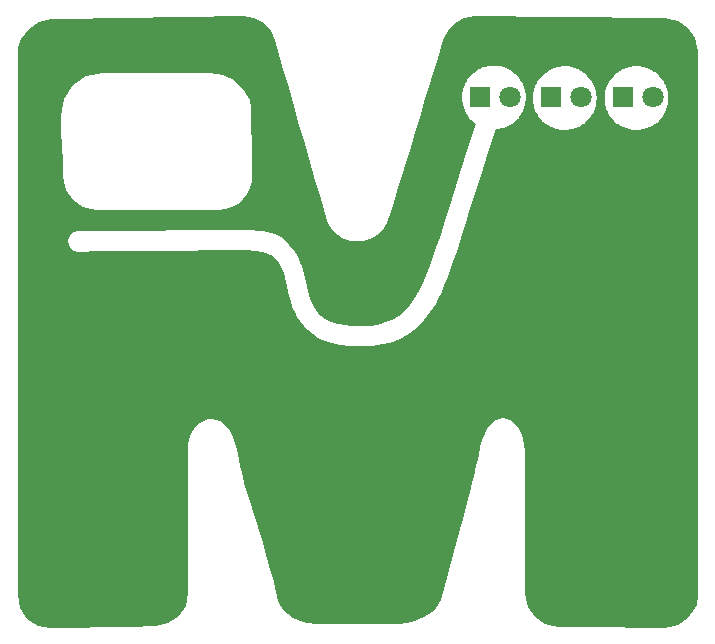
<source format=gtl>
G04 #@! TF.GenerationSoftware,KiCad,Pcbnew,6.0.0-rc1-unknown-5b3202d~66~ubuntu16.04.1*
G04 #@! TF.CreationDate,2018-12-07T08:51:36-07:00
G04 #@! TF.ProjectId,MakerCozumel,4d616b65-7243-46f7-9a75-6d656c2e6b69,rev?*
G04 #@! TF.SameCoordinates,Original*
G04 #@! TF.FileFunction,Copper,L1,Top*
G04 #@! TF.FilePolarity,Positive*
%FSLAX46Y46*%
G04 Gerber Fmt 4.6, Leading zero omitted, Abs format (unit mm)*
G04 Created by KiCad (PCBNEW 6.0.0-rc1-unknown-5b3202d~66~ubuntu16.04.1) date Fri 07 Dec 2018 08:51:36 AM MST*
%MOMM*%
%LPD*%
G04 APERTURE LIST*
G04 #@! TA.AperFunction,EtchedComponent*
%ADD10C,0.100000*%
G04 #@! TD*
G04 #@! TA.AperFunction,ComponentPad*
%ADD11R,1.800000X1.800000*%
G04 #@! TD*
G04 #@! TA.AperFunction,ComponentPad*
%ADD12C,1.800000*%
G04 #@! TD*
G04 #@! TA.AperFunction,WasherPad*
%ADD13C,0.900000*%
G04 #@! TD*
G04 APERTURE END LIST*
D10*
G04 #@! TO.C,svg2mod*
G36*
X128835116Y-79244355D02*
G01*
X130571445Y-97462019D01*
X130795238Y-97496745D01*
X131230698Y-97613052D01*
X131623163Y-97762431D01*
X131974287Y-97941576D01*
X132287378Y-98148282D01*
X133215624Y-99190079D01*
X133380437Y-99490491D01*
X133524304Y-99801376D01*
X133649982Y-100119427D01*
X133759674Y-100442440D01*
X133856687Y-100767105D01*
X133943779Y-101091220D01*
X134023706Y-101412027D01*
X134099222Y-101725669D01*
X134185763Y-102116480D01*
X134276162Y-102494614D01*
X134374278Y-102858416D01*
X134486175Y-103206233D01*
X134616262Y-103536411D01*
X134769500Y-103846745D01*
X134950298Y-104136133D01*
X135164721Y-104402369D01*
X135416627Y-104643802D01*
X135711527Y-104858776D01*
X136054382Y-105045088D01*
X136450156Y-105201631D01*
X136903255Y-105326207D01*
X137419191Y-105417709D01*
X138002928Y-105473383D01*
X138658875Y-105492675D01*
X139460341Y-105459048D01*
X140183535Y-105356523D01*
X140836174Y-105183992D01*
X141425423Y-104938151D01*
X141958451Y-104617896D01*
X142442967Y-104220468D01*
X142885042Y-103744770D01*
X143293491Y-103188043D01*
X143674381Y-102548633D01*
X144035978Y-101823785D01*
X144384348Y-101012396D01*
X144727756Y-100112262D01*
X144899734Y-99628295D01*
X145072815Y-99120626D01*
X145248653Y-98590357D01*
X145427246Y-98036385D01*
X145610251Y-97458712D01*
X145798213Y-96856785D01*
X145992241Y-96230604D01*
X146192884Y-95580170D01*
X147072796Y-92802812D01*
X148041237Y-89845397D01*
X148533895Y-88359250D01*
X148426408Y-88283182D01*
X148323332Y-88202705D01*
X148224664Y-88117267D01*
X148130407Y-88027970D01*
X148041110Y-87933712D01*
X147956223Y-87836147D01*
X147876295Y-87734172D01*
X147801331Y-87628890D01*
X147731879Y-87519749D01*
X147667385Y-87407853D01*
X147607853Y-87293200D01*
X147554386Y-87175240D01*
X147506431Y-87055075D01*
X147463988Y-86932154D01*
X147428157Y-86807028D01*
X147397290Y-86680249D01*
X147373589Y-86551815D01*
X147355397Y-86421728D01*
X147343823Y-86289988D01*
X147338862Y-86157145D01*
X147340516Y-86023751D01*
X147348782Y-85889255D01*
X147364217Y-85754207D01*
X147386267Y-85618608D01*
X147415479Y-85483560D01*
X147451861Y-85349615D01*
X147493754Y-85218977D01*
X147542259Y-85092197D01*
X147596830Y-84968725D01*
X147656912Y-84849112D01*
X147721956Y-84733908D01*
X147792511Y-84622011D01*
X147868579Y-84514524D01*
X147949057Y-84411446D01*
X148033944Y-84312779D01*
X148123792Y-84218521D01*
X148217498Y-84128673D01*
X148315063Y-84043786D01*
X148417038Y-83963860D01*
X148522321Y-83888894D01*
X148630909Y-83818890D01*
X148742807Y-83753847D01*
X148857460Y-83694867D01*
X148975420Y-83640848D01*
X149095585Y-83592892D01*
X149218504Y-83550448D01*
X149343080Y-83514068D01*
X149469859Y-83483751D01*
X149598844Y-83458946D01*
X149728931Y-83441308D01*
X149860672Y-83429181D01*
X149992961Y-83424220D01*
X150126907Y-83425322D01*
X150261405Y-83433591D01*
X150396451Y-83448473D01*
X150531500Y-83470522D01*
X150667100Y-83499737D01*
X150680878Y-83503044D01*
X150814823Y-83539975D01*
X150944911Y-83582970D01*
X151071691Y-83631477D01*
X151194613Y-83686598D01*
X151313674Y-83746681D01*
X151429430Y-83812827D01*
X151540775Y-83883934D01*
X151647712Y-83960001D01*
X151750788Y-84041030D01*
X151848905Y-84126468D01*
X151943162Y-84216316D01*
X152032460Y-84310574D01*
X152116796Y-84408690D01*
X152196722Y-84510665D01*
X152271135Y-84616499D01*
X152340587Y-84725088D01*
X152405081Y-84837536D01*
X152463509Y-84952189D01*
X152516976Y-85070149D01*
X152564381Y-85190865D01*
X152606274Y-85313786D01*
X152642655Y-85438912D01*
X152672421Y-85565691D01*
X152696122Y-85694124D01*
X152713761Y-85824762D01*
X152725338Y-85955952D01*
X152729746Y-86088795D01*
X152728092Y-86222740D01*
X152719273Y-86357236D01*
X152703838Y-86492284D01*
X152681241Y-86627332D01*
X152651475Y-86762931D01*
X152615093Y-86896325D01*
X152572100Y-87026963D01*
X152523591Y-87153742D01*
X152469021Y-87276663D01*
X152408388Y-87395726D01*
X152342794Y-87511481D01*
X152272239Y-87622827D01*
X152196171Y-87730314D01*
X152115142Y-87833391D01*
X152029702Y-87931507D01*
X151939854Y-88025765D01*
X151846148Y-88115062D01*
X151748033Y-88199949D01*
X151646058Y-88279875D01*
X151540775Y-88354289D01*
X151431634Y-88424293D01*
X151319739Y-88488235D01*
X151204533Y-88547214D01*
X151086572Y-88600682D01*
X150966408Y-88648638D01*
X150843489Y-88690531D01*
X150718363Y-88726911D01*
X150591583Y-88757228D01*
X150463149Y-88780930D01*
X150332511Y-88798569D01*
X150211796Y-88809042D01*
X149734563Y-90248554D01*
X148745621Y-93267408D01*
X147844878Y-96108785D01*
X147643131Y-96768590D01*
X147446349Y-97409653D01*
X147252871Y-98031975D01*
X147062702Y-98635005D01*
X146874186Y-99218742D01*
X146686223Y-99783737D01*
X146498257Y-100328889D01*
X146308641Y-100854197D01*
X146116817Y-101360213D01*
X145921686Y-101846385D01*
X145722146Y-102312162D01*
X145517095Y-102758095D01*
X145305978Y-103183633D01*
X145087146Y-103588225D01*
X144859494Y-103972422D01*
X144623023Y-104336225D01*
X144117560Y-105000437D01*
X143561935Y-105579766D01*
X142948432Y-106073655D01*
X142268782Y-106479900D01*
X141514721Y-106797953D01*
X140677977Y-107026705D01*
X139750832Y-107164509D01*
X138725019Y-107210813D01*
X137832602Y-107177739D01*
X137034994Y-107081826D01*
X136326131Y-106928038D01*
X135700503Y-106722436D01*
X135152043Y-106469980D01*
X134674140Y-106175630D01*
X134261831Y-105845453D01*
X133909053Y-105484406D01*
X133609743Y-105097451D01*
X133357838Y-104690656D01*
X133147825Y-104268977D01*
X132973089Y-103837375D01*
X132828120Y-103401914D01*
X132707403Y-102967006D01*
X132604326Y-102539262D01*
X132513376Y-102122544D01*
X132221232Y-100989796D01*
X131860737Y-100148091D01*
X131746084Y-99979419D01*
X131618202Y-99827283D01*
X131474886Y-99689480D01*
X131314483Y-99567110D01*
X131134786Y-99458521D01*
X130934695Y-99364263D01*
X130712004Y-99283234D01*
X130464509Y-99214883D01*
X129161436Y-99083694D01*
X126978623Y-99057787D01*
X125669641Y-99070943D01*
X124275464Y-99094167D01*
X122841096Y-99121838D01*
X121411350Y-99148737D01*
X119956594Y-99112869D01*
X118498728Y-99160864D01*
X116557348Y-99129996D01*
X114840312Y-99179605D01*
X114510686Y-99110704D01*
X114237283Y-98923842D01*
X114050421Y-98649888D01*
X113980968Y-98320261D01*
X114050421Y-97991186D01*
X114237283Y-97717783D01*
X114510686Y-97530921D01*
X114840312Y-97461468D01*
X116619635Y-97455955D01*
X119040079Y-97438608D01*
X121345203Y-97430600D01*
X123187796Y-97387359D01*
X124847625Y-97357288D01*
X126321521Y-97341110D01*
X127606457Y-97339649D01*
X129597447Y-97384297D01*
X129972273Y-97405795D01*
X130296939Y-97431702D01*
X130571445Y-97462019D01*
X128835116Y-79244355D01*
X116929418Y-84053708D01*
X119192708Y-84053708D01*
X121455998Y-84053708D01*
X123719288Y-84053708D01*
X125982577Y-84053708D01*
X127076188Y-84219624D01*
X128039713Y-84689810D01*
X128816926Y-85419619D01*
X129352707Y-86366607D01*
X129401766Y-86565596D01*
X129443658Y-86771199D01*
X129473975Y-86988929D01*
X129484999Y-87225400D01*
X129501536Y-88596824D01*
X129518072Y-89968247D01*
X129534609Y-91339120D01*
X129551145Y-92710543D01*
X129529647Y-93290973D01*
X129377512Y-93833920D01*
X129114582Y-94327258D01*
X128757946Y-94758859D01*
X128326345Y-95116598D01*
X127833007Y-95386693D01*
X127290060Y-95558121D01*
X126709630Y-95618204D01*
X124115611Y-95618204D01*
X121522144Y-95618204D01*
X118928125Y-95618204D01*
X116334657Y-95618204D01*
X115231675Y-95407640D01*
X114351936Y-94825005D01*
X113769301Y-93945265D01*
X113558737Y-92842835D01*
X113509128Y-91554094D01*
X113459518Y-90265353D01*
X113409909Y-88976611D01*
X113360851Y-87687870D01*
X113639214Y-86255813D01*
X114401545Y-85102670D01*
X115535395Y-84333174D01*
X116929418Y-84053708D01*
X128835116Y-79244355D01*
X127817022Y-79260340D01*
X126798927Y-79276325D01*
X125780833Y-79292311D01*
X124763289Y-79307744D01*
X123745195Y-79323730D01*
X122727100Y-79339715D01*
X121709006Y-79355700D01*
X120690911Y-79371134D01*
X119672816Y-79387119D01*
X118655273Y-79403105D01*
X117637179Y-79419090D01*
X116619084Y-79434524D01*
X115600989Y-79450509D01*
X114582895Y-79466494D01*
X113564800Y-79482480D01*
X112546706Y-79497914D01*
X111508216Y-79726668D01*
X110630682Y-80315917D01*
X110000642Y-81174159D01*
X109892053Y-81419450D01*
X109806064Y-81674663D01*
X109743225Y-81937592D01*
X109705742Y-82207137D01*
X109705742Y-85087236D01*
X109705742Y-87966785D01*
X109705742Y-90846333D01*
X109705742Y-93725882D01*
X109705742Y-96605430D01*
X109705742Y-99484979D01*
X109705742Y-102364527D01*
X109705742Y-105244077D01*
X109705742Y-108123624D01*
X109705742Y-111003174D01*
X109705742Y-113882721D01*
X109705742Y-116762271D01*
X109705742Y-119641818D01*
X109705742Y-122521368D01*
X109705742Y-125401465D01*
X109705742Y-128281015D01*
X109925677Y-129359742D01*
X110523746Y-130249405D01*
X111406793Y-130848574D01*
X112481111Y-131056383D01*
X114706918Y-131013939D01*
X116932174Y-130971496D01*
X119157981Y-130929053D01*
X121383237Y-130887160D01*
X122458107Y-130655100D01*
X123341154Y-130058685D01*
X123938671Y-129182252D01*
X124158606Y-128111792D01*
X124158606Y-127667512D01*
X124158606Y-127223232D01*
X124158606Y-126778952D01*
X124158606Y-126334673D01*
X124158606Y-125890396D01*
X124158606Y-125446116D01*
X124158606Y-125001836D01*
X124158606Y-124557556D01*
X124149787Y-123568124D01*
X124130494Y-122991003D01*
X124111202Y-122413328D01*
X124102382Y-121423896D01*
X124102382Y-120979619D01*
X124102382Y-120535339D01*
X124102382Y-120091059D01*
X124102382Y-119646780D01*
X124102382Y-119202500D01*
X124102382Y-118758220D01*
X124102382Y-118313940D01*
X124102382Y-117869660D01*
X124102382Y-117425933D01*
X124102382Y-116981654D01*
X124102382Y-116537374D01*
X124102382Y-116093094D01*
X124138762Y-115528099D01*
X124242942Y-115024287D01*
X124406102Y-114583868D01*
X124619973Y-114207937D01*
X124876288Y-113898156D01*
X125166779Y-113656723D01*
X125483728Y-113485296D01*
X125817764Y-113386075D01*
X126161171Y-113360170D01*
X126505681Y-113409228D01*
X126843024Y-113536008D01*
X127164383Y-113741060D01*
X127462039Y-114027140D01*
X127727174Y-114395903D01*
X127952070Y-114848452D01*
X128127907Y-115387538D01*
X128239253Y-115873158D01*
X128351149Y-116358230D01*
X128462495Y-116843850D01*
X128573840Y-117329470D01*
X128685737Y-117815090D01*
X128797082Y-118300712D01*
X163803110Y-88256173D01*
X163701685Y-88336099D01*
X163595851Y-88410513D01*
X163487264Y-88480517D01*
X163375365Y-88544459D01*
X163260162Y-88603438D01*
X163142202Y-88656906D01*
X163022037Y-88704862D01*
X162899115Y-88746755D01*
X162773989Y-88783135D01*
X162647212Y-88813452D01*
X162518779Y-88837154D01*
X162388141Y-88855344D01*
X162256399Y-88866368D01*
X162124108Y-88871329D01*
X161990162Y-88869675D01*
X161855667Y-88861407D01*
X161720618Y-88845973D01*
X161585571Y-88823373D01*
X161449972Y-88794159D01*
X161316577Y-88757779D01*
X161185939Y-88715335D01*
X161059159Y-88666277D01*
X160935687Y-88612258D01*
X160816626Y-88552175D01*
X160700870Y-88486581D01*
X160589525Y-88415474D01*
X160482037Y-88339958D01*
X160378961Y-88258929D01*
X160280294Y-88174042D01*
X160186034Y-88084194D01*
X160096739Y-87989936D01*
X160011850Y-87892371D01*
X159931924Y-87790396D01*
X159856960Y-87685114D01*
X159786955Y-87576524D01*
X159722462Y-87464077D01*
X159663483Y-87349424D01*
X159610016Y-87231464D01*
X159562061Y-87111299D01*
X159519615Y-86988378D01*
X159483236Y-86863803D01*
X159452920Y-86737024D01*
X159428666Y-86608039D01*
X159411027Y-86477952D01*
X159399450Y-86346212D01*
X159394489Y-86213369D01*
X159396142Y-86079975D01*
X159404411Y-85945478D01*
X159419296Y-85810431D01*
X159441893Y-85674832D01*
X159471109Y-85539784D01*
X159506937Y-85405839D01*
X159549381Y-85275201D01*
X159597889Y-85148421D01*
X159652459Y-85024949D01*
X159711988Y-84905886D01*
X159777585Y-84790131D01*
X159848141Y-84678235D01*
X159923655Y-84570748D01*
X160004684Y-84467670D01*
X160089574Y-84369003D01*
X160179422Y-84274745D01*
X160273128Y-84184897D01*
X160370692Y-84100010D01*
X160472668Y-84020084D01*
X160577948Y-83945118D01*
X160686538Y-83875114D01*
X160798434Y-83810622D01*
X160913087Y-83751091D01*
X161031047Y-83697623D01*
X161151212Y-83649116D01*
X161274134Y-83606672D01*
X161398709Y-83570292D01*
X161525489Y-83539975D01*
X161653920Y-83515722D01*
X161784561Y-83497532D01*
X161915749Y-83485956D01*
X162048591Y-83480444D01*
X162182536Y-83482098D01*
X162317032Y-83489814D01*
X162452081Y-83505249D01*
X162587127Y-83526746D01*
X162722727Y-83555960D01*
X162736507Y-83559268D01*
X162869903Y-83596199D01*
X163000540Y-83639194D01*
X163127320Y-83688252D01*
X163250239Y-83742822D01*
X163369303Y-83803456D01*
X163484506Y-83869051D01*
X163595851Y-83940158D01*
X163703339Y-84016225D01*
X163806417Y-84097254D01*
X163904532Y-84182692D01*
X163998791Y-84272540D01*
X164088087Y-84366798D01*
X164172423Y-84464914D01*
X164252351Y-84566889D01*
X164326765Y-84672723D01*
X164396217Y-84781312D01*
X164460157Y-84893760D01*
X164519139Y-85008964D01*
X164572606Y-85126924D01*
X164620010Y-85247089D01*
X164661904Y-85370010D01*
X164698282Y-85495136D01*
X164728048Y-85621915D01*
X164751752Y-85750900D01*
X164769391Y-85880986D01*
X164780414Y-86012727D01*
X164785376Y-86145019D01*
X164783172Y-86278964D01*
X164774903Y-86413460D01*
X164759468Y-86548508D01*
X164736867Y-86683556D01*
X164707101Y-86819155D01*
X164670723Y-86952549D01*
X164627726Y-87083187D01*
X164579221Y-87209966D01*
X164524650Y-87332887D01*
X164464018Y-87452501D01*
X164398421Y-87567705D01*
X164327315Y-87679050D01*
X164251798Y-87786538D01*
X164170769Y-87889615D01*
X164085332Y-87988282D01*
X163995484Y-88081989D01*
X163901227Y-88171837D01*
X163803110Y-88256173D01*
X128797082Y-118300712D01*
X128908428Y-118786332D01*
X129020325Y-119271952D01*
X129560516Y-120928353D01*
X130047239Y-122482229D01*
X158110157Y-87894024D01*
X158024720Y-87992141D01*
X157934872Y-88086399D01*
X157840615Y-88175695D01*
X157742498Y-88260583D01*
X157640523Y-88340509D01*
X157535240Y-88414923D01*
X157426652Y-88484927D01*
X157314203Y-88548868D01*
X157199550Y-88607848D01*
X157081590Y-88661316D01*
X156960875Y-88709272D01*
X156838504Y-88751164D01*
X156713378Y-88787544D01*
X156586600Y-88817861D01*
X156457616Y-88841563D01*
X156327529Y-88859202D01*
X156195788Y-88870778D01*
X156062946Y-88875739D01*
X155929550Y-88874085D01*
X155795055Y-88865266D01*
X155660006Y-88849832D01*
X155524960Y-88827783D01*
X155389360Y-88798017D01*
X155255415Y-88762188D01*
X155125327Y-88719194D01*
X154998547Y-88670687D01*
X154875075Y-88616116D01*
X154755461Y-88556034D01*
X154640258Y-88490439D01*
X154528362Y-88419884D01*
X154421426Y-88343816D01*
X154318350Y-88263339D01*
X154219682Y-88177900D01*
X154125422Y-88088603D01*
X154035574Y-87994346D01*
X153950687Y-87896229D01*
X153870762Y-87794806D01*
X153796349Y-87689524D01*
X153726343Y-87580383D01*
X153661850Y-87468486D01*
X153602871Y-87353834D01*
X153548851Y-87235873D01*
X153500896Y-87115709D01*
X153459006Y-86992788D01*
X153422624Y-86867662D01*
X153392308Y-86740882D01*
X153368054Y-86612449D01*
X153350415Y-86482362D01*
X153338838Y-86350622D01*
X153333326Y-86217779D01*
X153334980Y-86084385D01*
X153343800Y-85949888D01*
X153358684Y-85814841D01*
X153380731Y-85679242D01*
X153410497Y-85543643D01*
X153446325Y-85410249D01*
X153488769Y-85279610D01*
X153537277Y-85152831D01*
X153591294Y-85029359D01*
X153651379Y-84909745D01*
X153716974Y-84794541D01*
X153787529Y-84682644D01*
X153863046Y-84575158D01*
X153943522Y-84472080D01*
X154028962Y-84373413D01*
X154118257Y-84279155D01*
X154211963Y-84189307D01*
X154310080Y-84104420D01*
X154411505Y-84024493D01*
X154516786Y-83948977D01*
X154625927Y-83879524D01*
X154737822Y-83814480D01*
X154852478Y-83755500D01*
X154969885Y-83701481D01*
X155090600Y-83653525D01*
X155212971Y-83611082D01*
X155338097Y-83574702D01*
X155464877Y-83544385D01*
X155593311Y-83519580D01*
X155723396Y-83501941D01*
X155855137Y-83489814D01*
X155987979Y-83484854D01*
X156121374Y-83485956D01*
X156255870Y-83494224D01*
X156390919Y-83509107D01*
X156526518Y-83531156D01*
X156662115Y-83560370D01*
X156675896Y-83563677D01*
X156809291Y-83600609D01*
X156939378Y-83643604D01*
X157066155Y-83692111D01*
X157189077Y-83747232D01*
X157308691Y-83807314D01*
X157423895Y-83873460D01*
X157535240Y-83944567D01*
X157642727Y-84020635D01*
X157745255Y-84101663D01*
X157843920Y-84187102D01*
X157937629Y-84276950D01*
X158026924Y-84371208D01*
X158111811Y-84469324D01*
X158191186Y-84571299D01*
X158266153Y-84676581D01*
X158335605Y-84785722D01*
X158399545Y-84898170D01*
X158458527Y-85012822D01*
X158511443Y-85130783D01*
X158559399Y-85251499D01*
X158601292Y-85374420D01*
X158637120Y-85498994D01*
X158667436Y-85626325D01*
X158691140Y-85754758D01*
X158708779Y-85885396D01*
X158719802Y-86016585D01*
X158724764Y-86149428D01*
X158722560Y-86283374D01*
X158713740Y-86417870D01*
X158698306Y-86552367D01*
X158675705Y-86687966D01*
X158645939Y-86823564D01*
X158609561Y-86956959D01*
X158567115Y-87087596D01*
X158518059Y-87214376D01*
X158463488Y-87337297D01*
X158403406Y-87456360D01*
X158337809Y-87572115D01*
X158266703Y-87683460D01*
X158190636Y-87790947D01*
X158110157Y-87894024D01*
X130047239Y-122482229D01*
X130445767Y-123828850D01*
X130721375Y-124863479D01*
X130867447Y-125344140D01*
X131014070Y-125824799D01*
X131160693Y-126304909D01*
X131306766Y-126785568D01*
X131752699Y-128728050D01*
X132212963Y-129543296D01*
X133061284Y-130178296D01*
X134095915Y-130590056D01*
X135113458Y-130736128D01*
X136848132Y-130736128D01*
X138582808Y-130736128D01*
X140317481Y-130736128D01*
X142052157Y-130736128D01*
X143079070Y-130583440D01*
X144139057Y-130158453D01*
X145025410Y-129509672D01*
X145531426Y-128687813D01*
X146138314Y-126464210D01*
X146315256Y-125829760D01*
X146492195Y-125195864D01*
X146668584Y-124561414D01*
X146845523Y-123927518D01*
X147161922Y-122680668D01*
X147384613Y-121801478D01*
X147651951Y-120811496D01*
X148102295Y-119231715D01*
X148211433Y-118746093D01*
X148321128Y-118261023D01*
X148430269Y-117775404D01*
X148539960Y-117289784D01*
X148649651Y-116804161D01*
X148758792Y-116318541D01*
X148868483Y-115832922D01*
X148977624Y-115347299D01*
X149149602Y-114797739D01*
X149362372Y-114335820D01*
X149609317Y-113960993D01*
X149883270Y-113670504D01*
X150176519Y-113462695D01*
X150481891Y-113335916D01*
X150792776Y-113287410D01*
X151101457Y-113316623D01*
X151400767Y-113420252D01*
X151683540Y-113597742D01*
X151942611Y-113846340D01*
X152170814Y-114164393D01*
X152360983Y-114549691D01*
X152505952Y-115001137D01*
X152598005Y-115515972D01*
X152629978Y-116093094D01*
X152629978Y-116539578D01*
X152629978Y-116985512D01*
X152629978Y-117431996D01*
X152629978Y-117878480D01*
X152629978Y-118324413D01*
X152629978Y-118770897D01*
X152629978Y-119217381D01*
X152629978Y-119663315D01*
X152629978Y-120109799D01*
X152629978Y-120556286D01*
X152629978Y-121002217D01*
X152629978Y-121448701D01*
X152638794Y-122444197D01*
X152658087Y-123027934D01*
X152677933Y-123611671D01*
X152686752Y-124607165D01*
X152686752Y-125053649D01*
X152686752Y-125500133D01*
X152686752Y-125946067D01*
X152686752Y-126392551D01*
X152686752Y-126839035D01*
X152686752Y-127284968D01*
X152686752Y-127731452D01*
X152686752Y-128177936D01*
X152906685Y-129250604D01*
X153504754Y-130130341D01*
X154387251Y-130727309D01*
X155462670Y-130953307D01*
X157730371Y-130974253D01*
X159998071Y-130995200D01*
X162265769Y-131016697D01*
X164533470Y-131037643D01*
X165608339Y-130823770D01*
X166491386Y-130225151D01*
X167088904Y-129339349D01*
X167183161Y-129084135D01*
X167252063Y-128818451D01*
X167294506Y-128543945D01*
X167308837Y-128262273D01*
X167308837Y-125382726D01*
X167308837Y-122503176D01*
X167308837Y-119623629D01*
X167308837Y-116744079D01*
X167308837Y-113864532D01*
X167308837Y-110984982D01*
X167308837Y-108105435D01*
X167308837Y-105225885D01*
X167308837Y-102346337D01*
X167308837Y-99466237D01*
X167308837Y-96586689D01*
X167308837Y-93707140D01*
X167308837Y-90827592D01*
X167308837Y-87948043D01*
X167308837Y-85068495D01*
X167308837Y-82188946D01*
X167088904Y-81116282D01*
X166491386Y-80237093D01*
X165608339Y-79640127D01*
X164533470Y-79413578D01*
X163524746Y-79403105D01*
X162516572Y-79392632D01*
X161507850Y-79382159D01*
X160499126Y-79371134D01*
X159490402Y-79360661D01*
X158482228Y-79350188D01*
X157473504Y-79339715D01*
X156464782Y-79329242D01*
X155456058Y-79318217D01*
X154447884Y-79307744D01*
X153439160Y-79297271D01*
X152430435Y-79286798D01*
X151421711Y-79276325D01*
X150413540Y-79265852D01*
X149404816Y-79254828D01*
X148396091Y-79244355D01*
X147499816Y-79391529D01*
X146727563Y-79817619D01*
X146128944Y-80469155D01*
X145753016Y-81292671D01*
X145466382Y-82226429D01*
X145179752Y-83160188D01*
X144893118Y-84093395D01*
X144606488Y-85027154D01*
X144319304Y-85960913D01*
X144032671Y-86894671D01*
X143746040Y-87827879D01*
X143459407Y-88761637D01*
X143172776Y-89695396D01*
X142886143Y-90629154D01*
X142599513Y-91562362D01*
X142312329Y-92496121D01*
X142025698Y-93429879D01*
X141739065Y-94363638D01*
X141452435Y-95296845D01*
X141165801Y-96230604D01*
X140993270Y-96718429D01*
X140754045Y-97141212D01*
X140458592Y-97498950D01*
X140115737Y-97792197D01*
X139735397Y-98019849D01*
X139326949Y-98182457D01*
X138900308Y-98280022D01*
X138464847Y-98312544D01*
X138029937Y-98280022D01*
X137605503Y-98182457D01*
X137200909Y-98019849D01*
X136826084Y-97792197D01*
X136489842Y-97498950D01*
X136202658Y-97141212D01*
X135973906Y-96718429D01*
X135812949Y-96230604D01*
X135542304Y-95296845D01*
X135271106Y-94363638D01*
X135000459Y-93429879D01*
X134729261Y-92496121D01*
X134458614Y-91562362D01*
X134187417Y-90629154D01*
X133916770Y-89695396D01*
X133645572Y-88761637D01*
X133374925Y-87827879D01*
X133104278Y-86894671D01*
X132833081Y-85960913D01*
X132562434Y-85027154D01*
X132291236Y-84093395D01*
X132020589Y-83160188D01*
X131749391Y-82226429D01*
X131478745Y-81292671D01*
X131419213Y-81073287D01*
X131340941Y-80862723D01*
X131244478Y-80660427D01*
X131130928Y-80468053D01*
X130528450Y-79815414D01*
X129740763Y-79388773D01*
X128835116Y-79244355D01*
X128835116Y-79244355D01*
G37*
G04 #@! TD*
D11*
G04 #@! TO.P,D1,1*
G04 #@! TO.N,GND*
X148818600Y-86055200D03*
D12*
G04 #@! TO.P,D1,2*
G04 #@! TO.N,Net-(D1-Pad2)*
X151358600Y-86055200D03*
G04 #@! TD*
G04 #@! TO.P,D2,2*
G04 #@! TO.N,Net-(D1-Pad2)*
X157403800Y-86080600D03*
D11*
G04 #@! TO.P,D2,1*
G04 #@! TO.N,GND*
X154863800Y-86080600D03*
G04 #@! TD*
G04 #@! TO.P,D3,1*
G04 #@! TO.N,GND*
X160934400Y-86080600D03*
D12*
G04 #@! TO.P,D3,2*
G04 #@! TO.N,Net-(D1-Pad2)*
X163474400Y-86080600D03*
G04 #@! TD*
D13*
G04 #@! TO.P,SW1,*
G04 #@! TO.N,*
X166290000Y-95420000D03*
X166240000Y-92420000D03*
G04 #@! TD*
M02*

</source>
